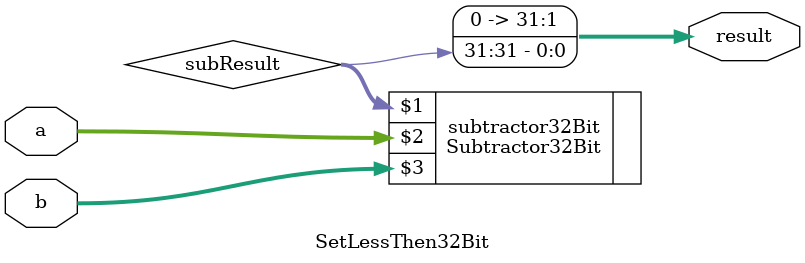
<source format=v>
module SetLessThen32Bit(output [31:0] result, input [31:0] a, b);

	wire[31:0] subResult;

	Subtractor32Bit subtractor32Bit(subResult, a, b);

	and and1(result[0], subResult[31], 1'b1); // to save result 
	// other bits are zero
	and and2(result[1], 1'b0, 1'b0);
	and and3(result[2], 1'b0, 1'b0);
	and and4(result[3], 1'b0, 1'b0);
	and and5(result[4], 1'b0, 1'b0);
	and and6(result[5], 1'b0, 1'b0);
	and and7(result[6], 1'b0, 1'b0);
	and and8(result[7], 1'b0, 1'b0);
	and and9(result[8], 1'b0, 1'b0);
	and and10(result[9], 1'b0, 1'b0);
	and and11(result[10], 1'b0, 1'b0);
	and and12(result[11], 1'b0, 1'b0);
	and and13(result[12], 1'b0, 1'b0);
	and and14(result[13], 1'b0, 1'b0);
	and and15(result[14], 1'b0, 1'b0);
	and and16(result[15], 1'b0, 1'b0);
	and and17(result[16], 1'b0, 1'b0);
	and and18(result[17], 1'b0, 1'b0);
	and and19(result[18], 1'b0, 1'b0);
	and and20(result[19], 1'b0, 1'b0);
	and and21(result[20], 1'b0, 1'b0);
	and and22(result[21], 1'b0, 1'b0);
	and and23(result[22], 1'b0, 1'b0);
	and and24(result[23], 1'b0, 1'b0);
	and and25(result[24], 1'b0, 1'b0);
	and and26(result[25], 1'b0, 1'b0);
	and and27(result[26], 1'b0, 1'b0);
	and and28(result[27], 1'b0, 1'b0);
	and and29(result[28], 1'b0, 1'b0);
	and and30(result[29], 1'b0, 1'b0);
	and and31(result[30], 1'b0, 1'b0);
	and and32(result[31], 1'b0, 1'b0);
	
	
endmodule

</source>
